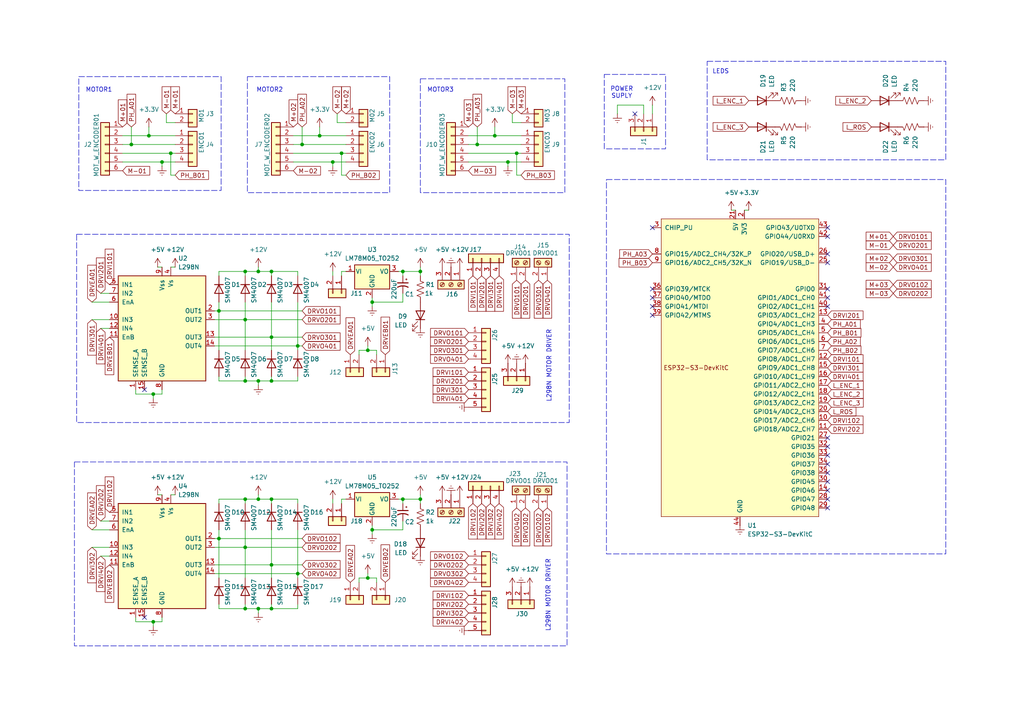
<source format=kicad_sch>
(kicad_sch (version 20250114) (generator "eeschema") (generator_version "9.0")
  (paper "A4")
  (title_block (title "Esquema del robot planar (PPP)") (date "13/03/25") (comment 1 "192637, 201153, 201471, 201489"))
  (rectangle (start 22.86 22.225) (end 64.135 55.245) (stroke (width 0) (type dash)))
  (rectangle (start 175.895 52.07) (end 274.32 160.655) (stroke (width 0) (type dash)))
  (rectangle (start 205.105 17.78) (end 274.32 46.355) (stroke (width 0) (type dash)))
  (rectangle (start 22.225 67.945) (end 165.1 122.555) (stroke (width 0) (type dash)))
  (rectangle (start 121.92 22.86) (end 163.83 55.88) (stroke (width 0) (type dash)))
  (rectangle (start 71.755 22.225) (end 113.03 55.88) (stroke (width 0) (type dash)))
  (rectangle (start 21.59 133.985) (end 164.465 187.325) (stroke (width 0) (type dash)))
  (rectangle (start 175.26 21.59) (end 193.04 43.18) (stroke (width 0) (type dash)))
  (text "L298N MOTOR DRIVER" (at 159.258 106.172 90) (effects (font (size 1.27 1.27))))
  (text "POWER\nSUPLY" (at 180.34 26.924 0) (effects (font (size 1.27 1.27))))
  (text "MOTOR3" (at 127.762 26.162 0) (effects (font (size 1.27 1.27))))
  (text "L298N MOTOR DRIVER" (at 159.004 172.72 90) (effects (font (size 1.27 1.27))))
  (text "MOTOR2" (at 78.232 26.162 0) (effects (font (size 1.27 1.27))))
  (text "MOTOR1" (at 28.702 26.162 0) (effects (font (size 1.27 1.27))))
  (text "LEDS" (at 209.042 20.828 0) (effects (font (size 1.27 1.27))))
  (junction (at 116.84 78.74))
  (junction (at 46.99 46.99))
  (junction (at 71.12 78.74))
  (junction (at 44.45 180.34))
  (junction (at 78.74 78.74))
  (junction (at 78.74 163.83))
  (junction (at 74.93 78.74))
  (junction (at 121.92 144.78))
  (junction (at 78.74 97.79))
  (junction (at 116.84 144.78))
  (junction (at 121.92 78.74))
  (junction (at 86.36 100.33))
  (junction (at 99.06 44.45))
  (junction (at 78.74 110.49))
  (junction (at 147.32 46.99))
  (junction (at 106.68 101.6))
  (junction (at 71.12 176.53))
  (junction (at 78.74 176.53))
  (junction (at 63.5 156.21))
  (junction (at 149.86 44.45))
  (junction (at 74.93 110.49))
  (junction (at 106.68 167.64))
  (junction (at 71.12 158.75))
  (junction (at 44.45 114.3))
  (junction (at 96.52 46.99))
  (junction (at 92.71 39.37))
  (junction (at 86.36 166.37))
  (junction (at 49.53 44.45))
  (junction (at 78.74 144.78))
  (junction (at 138.43 41.91))
  (junction (at 143.51 39.37))
  (junction (at 107.95 153.67))
  (junction (at 71.12 144.78))
  (junction (at 71.12 110.49))
  (junction (at 71.12 92.71))
  (junction (at 74.93 144.78))
  (junction (at 43.18 39.37))
  (junction (at 107.95 87.63))
  (junction (at 87.63 41.91))
  (junction (at 63.5 90.17))
  (junction (at 38.1 41.91))
  (junction (at 74.93 176.53))
  (no_connect (at 240.03 83.82))
  (no_connect (at 240.03 129.54))
  (no_connect (at 240.03 76.2))
  (no_connect (at 240.03 147.32))
  (no_connect (at 240.03 144.78))
  (no_connect (at 240.03 68.58))
  (no_connect (at 240.03 88.9))
  (no_connect (at 189.23 86.36))
  (no_connect (at 240.03 137.16))
  (no_connect (at 41.91 179.07))
  (no_connect (at 184.15 33.02))
  (no_connect (at 240.03 142.24))
  (no_connect (at 240.03 86.36))
  (no_connect (at 41.91 113.03))
  (no_connect (at 240.03 139.7))
  (no_connect (at 189.23 91.44))
  (no_connect (at 189.23 88.9))
  (no_connect (at 189.23 66.04))
  (no_connect (at 240.03 73.66))
  (no_connect (at 189.23 83.82))
  (no_connect (at 240.03 127))
  (no_connect (at 240.03 66.04))
  (no_connect (at 240.03 134.62))
  (no_connect (at 240.03 132.08))
  (wire (pts (xy 63.5 153.67) (xy 63.5 156.21)))
  (wire (pts (xy 100.33 46.99) (xy 96.52 46.99)))
  (wire (pts (xy 62.23 90.17) (xy 63.5 90.17)))
  (wire (pts (xy 99.06 144.78) (xy 100.33 144.78)))
  (wire (pts (xy 99.06 146.05) (xy 99.06 144.78)))
  (wire (pts (xy 107.95 88.9) (xy 107.95 87.63)))
  (wire (pts (xy 151.13 46.99) (xy 147.32 46.99)))
  (wire (pts (xy 63.5 110.49) (xy 71.12 110.49)))
  (wire (pts (xy 46.99 180.34) (xy 46.99 179.07)))
  (wire (pts (xy 149.86 44.45) (xy 149.86 50.8)))
  (wire (pts (xy 78.74 80.01) (xy 78.74 78.74)))
  (wire (pts (xy 87.63 36.83) (xy 87.63 41.91)))
  (wire (pts (xy 50.8 46.99) (xy 46.99 46.99)))
  (wire (pts (xy 99.06 44.45) (xy 85.09 44.45)))
  (wire (pts (xy 63.5 156.21) (xy 87.63 156.21)))
  (wire (pts (xy 78.74 97.79) (xy 78.74 101.6)))
  (wire (pts (xy 50.8 44.45) (xy 49.53 44.45)))
  (wire (pts (xy 43.18 39.37) (xy 35.56 39.37)))
  (wire (pts (xy 48.26 33.02) (xy 48.26 35.56)))
  (wire (pts (xy 121.92 78.74) (xy 116.84 78.74)))
  (wire (pts (xy 46.99 77.47) (xy 45.72 77.47)))
  (wire (pts (xy 71.12 144.78) (xy 74.93 144.78)))
  (wire (pts (xy 74.93 78.74) (xy 74.93 77.47)))
  (wire (pts (xy 44.45 180.34) (xy 46.99 180.34)))
  (wire (pts (xy 63.5 90.17) (xy 63.5 101.6)))
  (wire (pts (xy 71.12 158.75) (xy 87.63 158.75)))
  (wire (pts (xy 148.59 35.56) (xy 151.13 35.56)))
  (wire (pts (xy 62.23 97.79) (xy 78.74 97.79)))
  (wire (pts (xy 38.1 36.83) (xy 38.1 41.91)))
  (wire (pts (xy 71.12 146.05) (xy 71.12 144.78)))
  (wire (pts (xy 62.23 92.71) (xy 71.12 92.71)))
  (wire (pts (xy 78.74 144.78) (xy 86.36 144.78)))
  (wire (pts (xy 63.5 156.21) (xy 63.5 167.64)))
  (wire (pts (xy 62.23 158.75) (xy 71.12 158.75)))
  (wire (pts (xy 100.33 41.91) (xy 87.63 41.91)))
  (wire (pts (xy 87.63 41.91) (xy 85.09 41.91)))
  (wire (pts (xy 96.52 48.26) (xy 96.52 46.99)))
  (wire (pts (xy 74.93 78.74) (xy 78.74 78.74)))
  (wire (pts (xy 186.69 30.48) (xy 179.07 30.48)))
  (wire (pts (xy 99.06 80.01) (xy 99.06 78.74)))
  (wire (pts (xy 29.21 85.09) (xy 31.75 85.09)))
  (wire (pts (xy 109.22 102.87) (xy 109.22 101.6)))
  (wire (pts (xy 44.45 114.3) (xy 44.45 115.57)))
  (wire (pts (xy 116.84 146.05) (xy 116.84 144.78)))
  (wire (pts (xy 71.12 92.71) (xy 71.12 101.6)))
  (wire (pts (xy 62.23 156.21) (xy 63.5 156.21)))
  (wire (pts (xy 99.06 78.74) (xy 100.33 78.74)))
  (wire (pts (xy 49.53 143.51) (xy 50.8 143.51)))
  (wire (pts (xy 143.51 39.37) (xy 135.89 39.37)))
  (wire (pts (xy 100.33 39.37) (xy 92.71 39.37)))
  (wire (pts (xy 63.5 146.05) (xy 63.5 144.78)))
  (wire (pts (xy 104.14 168.91) (xy 104.14 167.64)))
  (wire (pts (xy 109.22 101.6) (xy 106.68 101.6)))
  (wire (pts (xy 50.8 50.8) (xy 49.53 50.8)))
  (wire (pts (xy 38.1 41.91) (xy 35.56 41.91)))
  (wire (pts (xy 92.71 36.83) (xy 92.71 39.37)))
  (wire (pts (xy 46.99 48.26) (xy 46.99 46.99)))
  (wire (pts (xy 29.21 95.25) (xy 31.75 95.25)))
  (wire (pts (xy 48.26 35.56) (xy 50.8 35.56)))
  (wire (pts (xy 26.67 158.75) (xy 31.75 158.75)))
  (wire (pts (xy 71.12 109.22) (xy 71.12 110.49)))
  (wire (pts (xy 39.37 113.03) (xy 39.37 114.3)))
  (wire (pts (xy 86.36 166.37) (xy 86.36 167.64)))
  (wire (pts (xy 26.67 153.67) (xy 31.75 153.67)))
  (wire (pts (xy 138.43 41.91) (xy 135.89 41.91)))
  (wire (pts (xy 100.33 44.45) (xy 99.06 44.45)))
  (wire (pts (xy 26.67 92.71) (xy 31.75 92.71)))
  (wire (pts (xy 116.84 87.63) (xy 107.95 87.63)))
  (wire (pts (xy 49.53 44.45) (xy 35.56 44.45)))
  (wire (pts (xy 26.67 87.63) (xy 31.75 87.63)))
  (wire (pts (xy 63.5 109.22) (xy 63.5 110.49)))
  (wire (pts (xy 86.36 166.37) (xy 87.63 166.37)))
  (wire (pts (xy 78.74 153.67) (xy 78.74 163.83)))
  (wire (pts (xy 71.12 92.71) (xy 87.63 92.71)))
  (wire (pts (xy 86.36 146.05) (xy 86.36 144.78)))
  (wire (pts (xy 71.12 80.01) (xy 71.12 78.74)))
  (wire (pts (xy 99.06 44.45) (xy 99.06 50.8)))
  (wire (pts (xy 97.79 33.02) (xy 97.79 35.56)))
  (wire (pts (xy 109.22 168.91) (xy 109.22 167.64)))
  (wire (pts (xy 78.74 109.22) (xy 78.74 110.49)))
  (wire (pts (xy 78.74 163.83) (xy 78.74 167.64)))
  (wire (pts (xy 86.36 100.33) (xy 87.63 100.33)))
  (wire (pts (xy 148.59 33.02) (xy 148.59 35.56)))
  (wire (pts (xy 49.53 77.47) (xy 50.8 77.47)))
  (wire (pts (xy 63.5 87.63) (xy 63.5 90.17)))
  (wire (pts (xy 29.21 151.13) (xy 31.75 151.13)))
  (wire (pts (xy 39.37 180.34) (xy 44.45 180.34)))
  (wire (pts (xy 116.84 85.09) (xy 116.84 87.63)))
  (wire (pts (xy 62.23 100.33) (xy 86.36 100.33)))
  (wire (pts (xy 109.22 167.64) (xy 106.68 167.64)))
  (wire (pts (xy 189.23 33.02) (xy 189.23 30.48)))
  (wire (pts (xy 29.21 161.29) (xy 31.75 161.29)))
  (wire (pts (xy 71.12 158.75) (xy 71.12 167.64)))
  (wire (pts (xy 104.14 101.6) (xy 106.68 101.6)))
  (wire (pts (xy 138.43 36.83) (xy 138.43 41.91)))
  (wire (pts (xy 147.32 48.26) (xy 147.32 46.99)))
  (wire (pts (xy 39.37 114.3) (xy 44.45 114.3)))
  (wire (pts (xy 121.92 143.51) (xy 121.92 144.78)))
  (wire (pts (xy 106.68 166.37) (xy 106.68 167.64)))
  (wire (pts (xy 97.79 35.56) (xy 100.33 35.56)))
  (wire (pts (xy 86.36 153.67) (xy 86.36 166.37)))
  (wire (pts (xy 78.74 175.26) (xy 78.74 176.53)))
  (wire (pts (xy 92.71 39.37) (xy 85.09 39.37)))
  (wire (pts (xy 106.68 100.33) (xy 106.68 101.6)))
  (wire (pts (xy 143.51 36.83) (xy 143.51 39.37)))
  (wire (pts (xy 179.07 30.48) (xy 179.07 33.02)))
  (wire (pts (xy 71.12 176.53) (xy 74.93 176.53)))
  (wire (pts (xy 74.93 176.53) (xy 78.74 176.53)))
  (wire (pts (xy 96.52 80.01) (xy 96.52 78.74)))
  (wire (pts (xy 74.93 177.8) (xy 74.93 176.53)))
  (wire (pts (xy 78.74 97.79) (xy 87.63 97.79)))
  (wire (pts (xy 104.14 102.87) (xy 104.14 101.6)))
  (wire (pts (xy 100.33 50.8) (xy 99.06 50.8)))
  (wire (pts (xy 86.36 175.26) (xy 86.36 176.53)))
  (wire (pts (xy 151.13 39.37) (xy 143.51 39.37)))
  (wire (pts (xy 86.36 87.63) (xy 86.36 100.33)))
  (wire (pts (xy 63.5 175.26) (xy 63.5 176.53)))
  (wire (pts (xy 63.5 176.53) (xy 71.12 176.53)))
  (wire (pts (xy 78.74 176.53) (xy 86.36 176.53)))
  (wire (pts (xy 212.09 60.96) (xy 213.36 60.96)))
  (wire (pts (xy 78.74 146.05) (xy 78.74 144.78)))
  (wire (pts (xy 78.74 78.74) (xy 86.36 78.74)))
  (wire (pts (xy 96.52 46.99) (xy 85.09 46.99)))
  (wire (pts (xy 151.13 41.91) (xy 138.43 41.91)))
  (wire (pts (xy 63.5 80.01) (xy 63.5 78.74)))
  (wire (pts (xy 74.93 144.78) (xy 78.74 144.78)))
  (wire (pts (xy 46.99 143.51) (xy 45.72 143.51)))
  (wire (pts (xy 86.36 80.01) (xy 86.36 78.74)))
  (wire (pts (xy 44.45 114.3) (xy 46.99 114.3)))
  (wire (pts (xy 116.84 153.67) (xy 107.95 153.67)))
  (wire (pts (xy 63.5 144.78) (xy 71.12 144.78)))
  (wire (pts (xy 46.99 114.3) (xy 46.99 113.03)))
  (wire (pts (xy 78.74 87.63) (xy 78.74 97.79)))
  (wire (pts (xy 78.74 110.49) (xy 86.36 110.49)))
  (wire (pts (xy 63.5 78.74) (xy 71.12 78.74)))
  (wire (pts (xy 63.5 90.17) (xy 87.63 90.17)))
  (wire (pts (xy 151.13 50.8) (xy 149.86 50.8)))
  (wire (pts (xy 121.92 77.47) (xy 121.92 78.74)))
  (wire (pts (xy 107.95 154.94) (xy 107.95 153.67)))
  (wire (pts (xy 217.17 60.96) (xy 215.9 60.96)))
  (wire (pts (xy 43.18 36.83) (xy 43.18 39.37)))
  (wire (pts (xy 147.32 46.99) (xy 135.89 46.99)))
  (wire (pts (xy 149.86 44.45) (xy 135.89 44.45)))
  (wire (pts (xy 107.95 87.63) (xy 107.95 86.36)))
  (wire (pts (xy 121.92 144.78) (xy 116.84 144.78)))
  (wire (pts (xy 116.84 78.74) (xy 115.57 78.74)))
  (wire (pts (xy 86.36 109.22) (xy 86.36 110.49)))
  (wire (pts (xy 44.45 180.34) (xy 44.45 181.61)))
  (wire (pts (xy 116.84 151.13) (xy 116.84 153.67)))
  (wire (pts (xy 96.52 146.05) (xy 96.52 144.78)))
  (wire (pts (xy 151.13 44.45) (xy 149.86 44.45)))
  (wire (pts (xy 62.23 166.37) (xy 86.36 166.37)))
  (wire (pts (xy 74.93 144.78) (xy 74.93 143.51)))
  (wire (pts (xy 74.93 110.49) (xy 78.74 110.49)))
  (wire (pts (xy 50.8 39.37) (xy 43.18 39.37)))
  (wire (pts (xy 50.8 41.91) (xy 38.1 41.91)))
  (wire (pts (xy 107.95 153.67) (xy 107.95 152.4)))
  (wire (pts (xy 49.53 44.45) (xy 49.53 50.8)))
  (wire (pts (xy 78.74 163.83) (xy 87.63 163.83)))
  (wire (pts (xy 62.23 163.83) (xy 78.74 163.83)))
  (wire (pts (xy 121.92 80.01) (xy 121.92 78.74)))
  (wire (pts (xy 71.12 153.67) (xy 71.12 158.75)))
  (wire (pts (xy 116.84 144.78) (xy 115.57 144.78)))
  (wire (pts (xy 104.14 167.64) (xy 106.68 167.64)))
  (wire (pts (xy 121.92 146.05) (xy 121.92 144.78)))
  (wire (pts (xy 71.12 78.74) (xy 74.93 78.74)))
  (wire (pts (xy 39.37 179.07) (xy 39.37 180.34)))
  (wire (pts (xy 116.84 80.01) (xy 116.84 78.74)))
  (wire (pts (xy 186.69 33.02) (xy 186.69 30.48)))
  (wire (pts (xy 71.12 87.63) (xy 71.12 92.71)))
  (wire (pts (xy 86.36 100.33) (xy 86.36 101.6)))
  (wire (pts (xy 71.12 175.26) (xy 71.12 176.53)))
  (wire (pts (xy 74.93 111.76) (xy 74.93 110.49)))
  (wire (pts (xy 71.12 110.49) (xy 74.93 110.49)))
  (wire (pts (xy 46.99 46.99) (xy 35.56 46.99)))
  (global_label "L_ROS" (shape input) (at 240.03 119.38 0) (property "Intersheetrefs" "${INTERSHEET_REFS}" (effects (hide yes))))
  (global_label "DRVI302" (shape input) (at 135.89 177.8 180) (property "Intersheetrefs" "${INTERSHEET_REFS}" (effects (hide yes))))
  (global_label "DRVO302" (shape input) (at 87.63 163.83 0) (property "Intersheetrefs" "${INTERSHEET_REFS}" (effects (hide yes))))
  (global_label "DRVI102" (shape input) (at 135.89 172.72 180) (property "Intersheetrefs" "${INTERSHEET_REFS}" (effects (hide yes))))
  (global_label "DRVO302" (shape input) (at 152.4 147.32 270) (property "Intersheetrefs" "${INTERSHEET_REFS}" (effects (hide yes))))
  (global_label "DRVO101" (shape input) (at 135.89 96.52 180) (property "Intersheetrefs" "${INTERSHEET_REFS}" (effects (hide yes))))
  (global_label "DRVI201" (shape input) (at 29.21 85.09 90) (property "Intersheetrefs" "${INTERSHEET_REFS}" (effects (hide yes))))
  (global_label "DRVO301" (shape input) (at 87.63 97.79 0) (property "Intersheetrefs" "${INTERSHEET_REFS}" (effects (hide yes))))
  (global_label "DRVI102" (shape input) (at 31.75 148.59 90) (property "Intersheetrefs" "${INTERSHEET_REFS}" (effects (hide yes))))
  (global_label "M+03" (shape input) (at 135.89 36.83 90) (property "Intersheetrefs" "${INTERSHEET_REFS}" (effects (hide yes))))
  (global_label "DRVI202" (shape input) (at 29.21 151.13 90) (property "Intersheetrefs" "${INTERSHEET_REFS}" (effects (hide yes))))
  (global_label "PH_B03" (shape input) (at 189.23 76.2 180) (property "Intersheetrefs" "${INTERSHEET_REFS}" (effects (hide yes))))
  (global_label "DRVI401" (shape input) (at 240.03 109.22 0) (property "Intersheetrefs" "${INTERSHEET_REFS}" (effects (hide yes))))
  (global_label "DRVEB02" (shape input) (at 111.76 168.91 90) (property "Intersheetrefs" "${INTERSHEET_REFS}" (effects (hide yes))))
  (global_label "M-01" (shape input) (at 35.56 49.53 0) (property "Intersheetrefs" "${INTERSHEET_REFS}" (effects (hide yes))))
  (global_label "PH_A02" (shape input) (at 240.03 99.06 0) (property "Intersheetrefs" "${INTERSHEET_REFS}" (effects (hide yes))))
  (global_label "DRVO401" (shape input) (at 135.89 104.14 180) (property "Intersheetrefs" "${INTERSHEET_REFS}" (effects (hide yes))))
  (global_label "DRVI202" (shape input) (at 139.7 146.05 270) (property "Intersheetrefs" "${INTERSHEET_REFS}" (effects (hide yes))))
  (global_label "DRVI402" (shape input) (at 29.21 161.29 270) (property "Intersheetrefs" "${INTERSHEET_REFS}" (effects (hide yes))))
  (global_label "PH_B01" (shape input) (at 50.8 50.8 0) (property "Intersheetrefs" "${INTERSHEET_REFS}" (effects (hide yes))))
  (global_label "DRVO101" (shape input) (at 259.08 68.58 0) (property "Intersheetrefs" "${INTERSHEET_REFS}" (effects (hide yes))))
  (global_label "DRVEA01" (shape input) (at 101.6 102.87 90) (property "Intersheetrefs" "${INTERSHEET_REFS}" (effects (hide yes))))
  (global_label "M-02" (shape input) (at 85.09 49.53 0) (property "Intersheetrefs" "${INTERSHEET_REFS}" (effects (hide yes))))
  (global_label "M+03" (shape input) (at 151.13 33.02 90) (property "Intersheetrefs" "${INTERSHEET_REFS}" (effects (hide yes))))
  (global_label "DRVO402" (shape input) (at 135.89 168.91 180) (property "Intersheetrefs" "${INTERSHEET_REFS}" (effects (hide yes))))
  (global_label "M+01" (shape input) (at 50.8 33.02 90) (property "Intersheetrefs" "${INTERSHEET_REFS}" (effects (hide yes))))
  (global_label "M-01" (shape input) (at 48.26 33.02 90) (property "Intersheetrefs" "${INTERSHEET_REFS}" (effects (hide yes))))
  (global_label "DRVI202" (shape input) (at 240.03 124.46 0) (property "Intersheetrefs" "${INTERSHEET_REFS}" (effects (hide yes))))
  (global_label "PH_A01" (shape input) (at 38.1 36.83 90) (property "Intersheetrefs" "${INTERSHEET_REFS}" (effects (hide yes))))
  (global_label "DRVO102" (shape input) (at 259.08 82.55 0) (property "Intersheetrefs" "${INTERSHEET_REFS}" (effects (hide yes))))
  (global_label "DRVI301" (shape input) (at 26.67 92.71 270) (property "Intersheetrefs" "${INTERSHEET_REFS}" (effects (hide yes))))
  (global_label "DRVI401" (shape input) (at 29.21 95.25 270) (property "Intersheetrefs" "${INTERSHEET_REFS}" (effects (hide yes))))
  (global_label "DRVI301" (shape input) (at 135.89 113.03 180) (property "Intersheetrefs" "${INTERSHEET_REFS}" (effects (hide yes))))
  (global_label "DRVI302" (shape input) (at 142.24 146.05 270) (property "Intersheetrefs" "${INTERSHEET_REFS}" (effects (hide yes))))
  (global_label "DRVI201" (shape input) (at 139.7 80.01 270) (property "Intersheetrefs" "${INTERSHEET_REFS}" (effects (hide yes))))
  (global_label "PH_A01" (shape input) (at 240.03 93.98 0) (property "Intersheetrefs" "${INTERSHEET_REFS}" (effects (hide yes))))
  (global_label "PH_A03" (shape input) (at 138.43 36.83 90) (property "Intersheetrefs" "${INTERSHEET_REFS}" (effects (hide yes))))
  (global_label "M+03" (shape input) (at 259.08 82.55 180) (property "Intersheetrefs" "${INTERSHEET_REFS}" (effects (hide yes))))
  (global_label "L_ENC_1" (shape input) (at 240.03 111.76 0) (property "Intersheetrefs" "${INTERSHEET_REFS}" (effects (hide yes))))
  (global_label "PH_A03" (shape input) (at 189.23 73.66 180) (property "Intersheetrefs" "${INTERSHEET_REFS}" (effects (hide yes))))
  (global_label "DRVO201" (shape input) (at 135.89 99.06 180) (property "Intersheetrefs" "${INTERSHEET_REFS}" (effects (hide yes))))
  (global_label "DRVEB01" (shape input) (at 31.75 97.79 270) (property "Intersheetrefs" "${INTERSHEET_REFS}" (effects (hide yes))))
  (global_label "L_ENC_1" (shape input) (at 217.17 29.21 180) (property "Intersheetrefs" "${INTERSHEET_REFS}" (effects (hide yes))))
  (global_label "M+02" (shape input) (at 85.09 36.83 90) (property "Intersheetrefs" "${INTERSHEET_REFS}" (effects (hide yes))))
  (global_label "M-01" (shape input) (at 259.08 71.12 180) (property "Intersheetrefs" "${INTERSHEET_REFS}" (effects (hide yes))))
  (global_label "DRVO202" (shape input) (at 87.63 158.75 0) (property "Intersheetrefs" "${INTERSHEET_REFS}" (effects (hide yes))))
  (global_label "DRVI201" (shape input) (at 135.89 110.49 180) (property "Intersheetrefs" "${INTERSHEET_REFS}" (effects (hide yes))))
  (global_label "DRVO101" (shape input) (at 87.63 90.17 0) (property "Intersheetrefs" "${INTERSHEET_REFS}" (effects (hide yes))))
  (global_label "L_ENC_2" (shape input) (at 252.73 29.21 180) (property "Intersheetrefs" "${INTERSHEET_REFS}" (effects (hide yes))))
  (global_label "DRVI101" (shape input) (at 31.75 82.55 90) (property "Intersheetrefs" "${INTERSHEET_REFS}" (effects (hide yes))))
  (global_label "DRVI102" (shape input) (at 137.16 146.05 270) (property "Intersheetrefs" "${INTERSHEET_REFS}" (effects (hide yes))))
  (global_label "DRVO401" (shape input) (at 259.08 77.47 0) (property "Intersheetrefs" "${INTERSHEET_REFS}" (effects (hide yes))))
  (global_label "DRVO202" (shape input) (at 259.08 85.09 0) (property "Intersheetrefs" "${INTERSHEET_REFS}" (effects (hide yes))))
  (global_label "DRVEA02" (shape input) (at 101.6 168.91 90) (property "Intersheetrefs" "${INTERSHEET_REFS}" (effects (hide yes))))
  (global_label "M+02" (shape input) (at 259.08 74.93 180) (property "Intersheetrefs" "${INTERSHEET_REFS}" (effects (hide yes))))
  (global_label "DRVI101" (shape input) (at 137.16 80.01 270) (property "Intersheetrefs" "${INTERSHEET_REFS}" (effects (hide yes))))
  (global_label "DRVI101" (shape input) (at 240.03 104.14 0) (property "Intersheetrefs" "${INTERSHEET_REFS}" (effects (hide yes))))
  (global_label "DRVI401" (shape input) (at 135.89 115.57 180) (property "Intersheetrefs" "${INTERSHEET_REFS}" (effects (hide yes))))
  (global_label "DRVO202" (shape input) (at 135.89 163.83 180) (property "Intersheetrefs" "${INTERSHEET_REFS}" (effects (hide yes))))
  (global_label "PH_A02" (shape input) (at 87.63 36.83 90) (property "Intersheetrefs" "${INTERSHEET_REFS}" (effects (hide yes))))
  (global_label "DRVI202" (shape input) (at 135.89 175.26 180) (property "Intersheetrefs" "${INTERSHEET_REFS}" (effects (hide yes))))
  (global_label "PH_B02" (shape input) (at 240.03 101.6 0) (property "Intersheetrefs" "${INTERSHEET_REFS}" (effects (hide yes))))
  (global_label "M-02" (shape input) (at 259.08 77.47 180) (property "Intersheetrefs" "${INTERSHEET_REFS}" (effects (hide yes))))
  (global_label "DRVO202" (shape input) (at 156.21 147.32 270) (property "Intersheetrefs" "${INTERSHEET_REFS}" (effects (hide yes))))
  (global_label "DRVEB01" (shape input) (at 111.76 102.87 90) (property "Intersheetrefs" "${INTERSHEET_REFS}" (effects (hide yes))))
  (global_label "DRVO301" (shape input) (at 156.21 81.28 270) (property "Intersheetrefs" "${INTERSHEET_REFS}" (effects (hide yes))))
  (global_label "L_ROS" (shape input) (at 252.73 36.83 180) (property "Intersheetrefs" "${INTERSHEET_REFS}" (effects (hide yes))))
  (global_label "PH_B01" (shape input) (at 240.03 96.52 0) (property "Intersheetrefs" "${INTERSHEET_REFS}" (effects (hide yes))))
  (global_label "DRVEA02" (shape input) (at 26.67 153.67 90) (property "Intersheetrefs" "${INTERSHEET_REFS}" (effects (hide yes))))
  (global_label "DRVI201" (shape input) (at 240.03 91.44 0) (property "Intersheetrefs" "${INTERSHEET_REFS}" (effects (hide yes))))
  (global_label "DRVO102" (shape input) (at 135.89 161.29 180) (property "Intersheetrefs" "${INTERSHEET_REFS}" (effects (hide yes))))
  (global_label "M+02" (shape input) (at 100.33 33.02 90) (property "Intersheetrefs" "${INTERSHEET_REFS}" (effects (hide yes))))
  (global_label "M-03" (shape input) (at 135.89 49.53 0) (property "Intersheetrefs" "${INTERSHEET_REFS}" (effects (hide yes))))
  (global_label "DRVI402" (shape input) (at 144.78 146.05 270) (property "Intersheetrefs" "${INTERSHEET_REFS}" (effects (hide yes))))
  (global_label "DRVO102" (shape input) (at 158.75 147.32 270) (property "Intersheetrefs" "${INTERSHEET_REFS}" (effects (hide yes))))
  (global_label "M-03" (shape input) (at 148.59 33.02 90) (property "Intersheetrefs" "${INTERSHEET_REFS}" (effects (hide yes))))
  (global_label "M-03" (shape input) (at 259.08 85.09 180) (property "Intersheetrefs" "${INTERSHEET_REFS}" (effects (hide yes))))
  (global_label "DRVO101" (shape input) (at 149.86 81.28 270) (property "Intersheetrefs" "${INTERSHEET_REFS}" (effects (hide yes))))
  (global_label "DRVO301" (shape input) (at 135.89 101.6 180) (property "Intersheetrefs" "${INTERSHEET_REFS}" (effects (hide yes))))
  (global_label "L_ENC_2" (shape input) (at 240.03 114.3 0) (property "Intersheetrefs" "${INTERSHEET_REFS}" (effects (hide yes))))
  (global_label "M+01" (shape input) (at 259.08 68.58 180) (property "Intersheetrefs" "${INTERSHEET_REFS}" (effects (hide yes))))
  (global_label "DRVO201" (shape input) (at 87.63 92.71 0) (property "Intersheetrefs" "${INTERSHEET_REFS}" (effects (hide yes))))
  (global_label "DRVO402" (shape input) (at 149.86 147.32 270) (property "Intersheetrefs" "${INTERSHEET_REFS}" (effects (hide yes))))
  (global_label "L_ENC_3" (shape input) (at 240.03 116.84 0) (property "Intersheetrefs" "${INTERSHEET_REFS}" (effects (hide yes))))
  (global_label "DRVO302" (shape input) (at 135.89 166.37 180) (property "Intersheetrefs" "${INTERSHEET_REFS}" (effects (hide yes))))
  (global_label "DRVO201" (shape input) (at 259.08 71.12 0) (property "Intersheetrefs" "${INTERSHEET_REFS}" (effects (hide yes))))
  (global_label "DRVI302" (shape input) (at 26.67 158.75 270) (property "Intersheetrefs" "${INTERSHEET_REFS}" (effects (hide yes))))
  (global_label "DRVI102" (shape input) (at 240.03 121.92 0) (property "Intersheetrefs" "${INTERSHEET_REFS}" (effects (hide yes))))
  (global_label "DRVO301" (shape input) (at 259.08 74.93 0) (property "Intersheetrefs" "${INTERSHEET_REFS}" (effects (hide yes))))
  (global_label "DRVO402" (shape input) (at 87.63 166.37 0) (property "Intersheetrefs" "${INTERSHEET_REFS}" (effects (hide yes))))
  (global_label "DRVO201" (shape input) (at 152.4 81.28 270) (property "Intersheetrefs" "${INTERSHEET_REFS}" (effects (hide yes))))
  (global_label "DRVO102" (shape input) (at 87.63 156.21 0) (property "Intersheetrefs" "${INTERSHEET_REFS}" (effects (hide yes))))
  (global_label "PH_B02" (shape input) (at 100.33 50.8 0) (property "Intersheetrefs" "${INTERSHEET_REFS}" (effects (hide yes))))
  (global_label "DRVI101" (shape input) (at 135.89 107.95 180) (property "Intersheetrefs" "${INTERSHEET_REFS}" (effects (hide yes))))
  (global_label "DRVI301" (shape input) (at 142.24 80.01 270) (property "Intersheetrefs" "${INTERSHEET_REFS}" (effects (hide yes))))
  (global_label "DRVEA01" (shape input) (at 26.67 87.63 90) (property "Intersheetrefs" "${INTERSHEET_REFS}" (effects (hide yes))))
  (global_label "M+01" (shape input) (at 35.56 36.83 90) (property "Intersheetrefs" "${INTERSHEET_REFS}" (effects (hide yes))))
  (global_label "DRVEB02" (shape input) (at 31.75 163.83 270) (property "Intersheetrefs" "${INTERSHEET_REFS}" (effects (hide yes))))
  (global_label "DRVI401" (shape input) (at 144.78 80.01 270) (property "Intersheetrefs" "${INTERSHEET_REFS}" (effects (hide yes))))
  (global_label "PH_B03" (shape input) (at 151.13 50.8 0) (property "Intersheetrefs" "${INTERSHEET_REFS}" (effects (hide yes))))
  (global_label "M-02" (shape input) (at 97.79 33.02 90) (property "Intersheetrefs" "${INTERSHEET_REFS}" (effects (hide yes))))
  (global_label "DRVO401" (shape input) (at 87.63 100.33 0) (property "Intersheetrefs" "${INTERSHEET_REFS}" (effects (hide yes))))
  (global_label "DRVO401" (shape input) (at 158.75 81.28 270) (property "Intersheetrefs" "${INTERSHEET_REFS}" (effects (hide yes))))
  (global_label "DRVI402" (shape input) (at 135.89 180.34 180) (property "Intersheetrefs" "${INTERSHEET_REFS}" (effects (hide yes))))
  (global_label "DRVI301" (shape input) (at 240.03 106.68 0) (property "Intersheetrefs" "${INTERSHEET_REFS}" (effects (hide yes))))
  (global_label "L_ENC_3" (shape input) (at 217.17 36.83 180) (property "Intersheetrefs" "${INTERSHEET_REFS}" (effects (hide yes))))
  (symbol (lib_id "power:+12V") (at 133.35 143.51 0) (mirror y) (unit 1) (in_bom no) (on_board no)
    (property "Reference" "#PWR036" (effects (hide yes)))
    (property "Value" "+12V" (at 133.35 138.43 0))
    (property "Description" "Power symbol creates a global label with name \"+12V\"" (effects (hide yes)))
  )
  (symbol (lib_id "Diode:SM4007") (at 71.12 105.41 270) (unit 1) (in_bom no) (on_board no)
    (property "Reference" "D6" (at 74.676 104.14 90) (effects (justify left)))
    (property "Value" "SM4007" (at 73.66 101.854 0) (effects (justify left)))
    (property "Footprint" "Diode_SMD:D_MELF" (effects (hide yes)))
    (property "Datasheet" "http://cdn-reichelt.de/documents/datenblatt/A400/SMD1N400%23DIO.pdf" (effects (hide yes)))
    (property "Description" "1000V 1A General Purpose Rectifier Diode, MELF" (effects (hide yes)))
    (property "Sim.Device" "D" (effects (hide yes)))
    (property "Sim.Pins" "1=K 2=A" (effects (hide yes)))
  )
  (symbol (lib_id "power:Earth") (at 232.41 36.83 90) (mirror x) (unit 1)
    (property "Reference" "#PWR042" (effects (hide yes)))
    (property "Value" "Earth" (effects (hide yes)))
    (property "Description" "Power symbol creates a global label with name \"Earth\"" (effects (hide yes)))
  )
  (symbol (lib_id "Device:LED") (at 121.92 157.48 270) (mirror x) (unit 1) (in_bom no) (on_board no)
    (property "Reference" "D18" (at 118.11 157.7974 90) (effects (justify right)))
    (property "Value" "LED" (at 118.11 160.3374 90) (effects (justify right)))
    (property "Description" "Light emitting diode" (effects (hide yes)))
    (property "Sim.Pins" "1=K 2=A" (effects (hide yes)))
  )
  (symbol (lib_id "power:Earth") (at 121.92 95.25 0) (unit 1) (in_bom no) (on_board no)
    (property "Reference" "#PWR019" (effects (hide yes)))
    (property "Value" "Earth" (effects (hide yes)))
    (property "Description" "Power symbol creates a global label with name \"Earth\"" (effects (hide yes)))
  )
  (symbol (lib_id "power:Earth") (at 74.93 177.8 0) (unit 1) (in_bom no) (on_board no)
    (property "Reference" "#PWR029" (effects (hide yes)))
    (property "Value" "Earth" (effects (hide yes)))
    (property "Description" "Power symbol creates a global label with name \"Earth\"" (effects (hide yes)))
  )
  (symbol (lib_id "Diode:SM4007") (at 63.5 149.86 270) (unit 1) (in_bom no) (on_board no)
    (property "Reference" "D10" (at 67.056 148.59 90) (effects (justify left)))
    (property "Value" "SM4007" (at 66.04 146.304 0) (effects (justify left)))
    (property "Footprint" "Diode_SMD:D_MELF" (effects (hide yes)))
    (property "Datasheet" "http://cdn-reichelt.de/documents/datenblatt/A400/SMD1N400%23DIO.pdf" (effects (hide yes)))
    (property "Description" "1000V 1A General Purpose Rectifier Diode, MELF" (effects (hide yes)))
    (property "Sim.Device" "D" (effects (hide yes)))
    (property "Sim.Pins" "1=K 2=A" (effects (hide yes)))
  )
  (symbol (lib_id "Regulator_Linear:LM78M05_TO252") (at 107.95 144.78 0) (unit 1) (in_bom no) (on_board no)
    (property "Reference" "U5" (at 107.95 138.43 0))
    (property "Value" "LM78M05_TO252" (at 107.95 140.97 0))
    (property "Footprint" "Package_TO_SOT_SMD:TO-252-2" (effects (hide yes)))
    (property "Datasheet" "https://www.onsemi.com/pub/Collateral/MC78M00-D.PDF" (effects (hide yes)))
    (property "Description" "Positive 500mA 35V Linear Regulator, Fixed Output 5V, TO-252 (D-PAK)" (effects (hide yes)))
  )
  (symbol (lib_id "power:Earth") (at 107.95 154.94 0) (unit 1) (in_bom no) (on_board no)
    (property "Reference" "#PWR032" (effects (hide yes)))
    (property "Value" "Earth" (effects (hide yes)))
    (property "Description" "Power symbol creates a global label with name \"Earth\"" (effects (hide yes)))
  )
  (symbol (lib_id "Device:C_Polarized_Small_US") (at 116.84 82.55 0) (mirror y) (unit 1) (in_bom no) (on_board no)
    (property "Reference" "C1" (at 120.142 85.344 0) (effects (justify left)))
    (property "Value" "220uF" (at 114.3 86.868 90) (effects (justify left)))
    (property "Description" "Polarized capacitor, small US symbol" (effects (hide yes)))
  )
  (symbol (lib_id "Connector_Generic:Conn_01x06") (at 130.81 41.91 0) (mirror y) (unit 1) (in_bom no) (on_board no)
    (property "Reference" "J10" (at 127 41.91 0) (effects (justify left)))
    (property "Value" "MOT_W_ENCODER03" (at 128.27 51.308 90) (effects (justify left)))
    (property "Description" "Generic connector, single row, 01x06, script generated (kicad-library-utils/schlib/autogen/connector/)" (effects (hide yes)))
  )
  (symbol (lib_id "power:+5V") (at 45.72 143.51 0) (unit 1) (in_bom no) (on_board no)
    (property "Reference" "#PWR026" (effects (hide yes)))
    (property "Value" "+5V" (at 45.72 138.43 0))
    (property "Description" "Power symbol creates a global label with name \"+5V\"" (effects (hide yes)))
  )
  (symbol (lib_id "Diode:SM4007") (at 63.5 171.45 270) (unit 1) (in_bom no) (on_board no)
    (property "Reference" "D11" (at 67.056 170.18 90) (effects (justify left)))
    (property "Value" "SM4007" (at 66.04 167.894 0) (effects (justify left)))
    (property "Footprint" "Diode_SMD:D_MELF" (effects (hide yes)))
    (property "Datasheet" "http://cdn-reichelt.de/documents/datenblatt/A400/SMD1N400%23DIO.pdf" (effects (hide yes)))
    (property "Description" "1000V 1A General Purpose Rectifier Diode, MELF" (effects (hide yes)))
    (property "Sim.Device" "D" (effects (hide yes)))
    (property "Sim.Pins" "1=K 2=A" (effects (hide yes)))
  )
  (symbol (lib_id "Device:R_US") (at 121.92 83.82 0) (unit 1) (in_bom no) (on_board no)
    (property "Reference" "R1" (at 123.444 82.55 0) (effects (justify left)))
    (property "Value" "1k" (at 123.19 85.09 0) (effects (justify left)))
    (property "Description" "Resistor, US symbol" (effects (hide yes)))
  )
  (symbol (lib_id "power:Earth") (at 135.89 118.11 270) (unit 1)
    (property "Reference" "#PWR038" (effects (hide yes)))
    (property "Value" "Earth" (effects (hide yes)))
    (property "Description" "Power symbol creates a global label with name \"Earth\"" (effects (hide yes)))
  )
  (symbol (lib_id "Device:R_US") (at 228.6 36.83 90) (mirror x) (unit 1)
    (property "Reference" "R5" (at 227.3299 39.37 0) (effects (justify left)))
    (property "Value" "220" (at 229.8699 39.37 0) (effects (justify left)))
    (property "Footprint" "Resistor_SMD:R_1206_3216Metric" (effects (hide yes)))
    (property "Description" "Resistor, US symbol" (effects (hide yes)))
  )
  (symbol (lib_id "power:+12V") (at 74.93 143.51 0) (unit 1) (in_bom no) (on_board no)
    (property "Reference" "#PWR028" (effects (hide yes)))
    (property "Value" "+12V" (at 74.93 138.43 0))
    (property "Description" "Power symbol creates a global label with name \"+12V\"" (effects (hide yes)))
  )
  (symbol (lib_id "Diode:SM4007") (at 71.12 171.45 270) (unit 1) (in_bom no) (on_board no)
    (property "Reference" "D13" (at 74.676 170.18 90) (effects (justify left)))
    (property "Value" "SM4007" (at 73.66 167.894 0) (effects (justify left)))
    (property "Footprint" "Diode_SMD:D_MELF" (effects (hide yes)))
    (property "Datasheet" "http://cdn-reichelt.de/documents/datenblatt/A400/SMD1N400%23DIO.pdf" (effects (hide yes)))
    (property "Description" "1000V 1A General Purpose Rectifier Diode, MELF" (effects (hide yes)))
    (property "Sim.Device" "D" (effects (hide yes)))
    (property "Sim.Pins" "1=K 2=A" (effects (hide yes)))
  )
  (symbol (lib_id "power:+5V") (at 147.32 105.41 0) (mirror y) (unit 1) (in_bom no) (on_board no)
    (property "Reference" "#PWR044" (effects (hide yes)))
    (property "Value" "+5V" (at 147.32 100.33 0))
    (property "Description" "Power symbol creates a global label with name \"+5V\"" (effects (hide yes)))
  )
  (symbol (lib_id "Connector_Generic:Conn_01x04") (at 139.7 74.93 90) (unit 1) (in_bom no) (on_board no)
    (property "Reference" "J17" (at 139.6999 72.39 90) (effects (justify left)))
    (property "Value" "Conn_01x04" (effects (hide yes)))
    (property "Description" "Generic connector, single row, 01x04, script generated (kicad-library-utils/schlib/autogen/connector/)" (effects (hide yes)))
  )
  (symbol (lib_id "Connector_Generic:Conn_01x04") (at 140.97 163.83 0) (unit 1)
    (property "Reference" "J27" (at 143.51 163.8299 90) (effects (justify left)))
    (property "Value" "Conn_01x04" (effects (hide yes)))
    (property "Footprint" "Connector_JST:JST_XH_B4B-XH-A_1x04_P2.50mm_Vertical" (effects (hide yes)))
    (property "Description" "Generic connector, single row, 01x04, script generated (kicad-library-utils/schlib/autogen/connector/)" (effects (hide yes)))
  )
  (symbol (lib_id "power:Earth") (at 44.45 115.57 0) (unit 1)
    (property "Reference" "#PWR011" (effects (hide yes)))
    (property "Value" "Earth" (effects (hide yes)))
    (property "Description" "Power symbol creates a global label with name \"Earth\"" (effects (hide yes)))
  )
  (symbol (lib_id "power:Earth") (at 44.45 181.61 0) (unit 1) (in_bom no) (on_board no)
    (property "Reference" "#PWR025" (effects (hide yes)))
    (property "Value" "Earth" (effects (hide yes)))
    (property "Description" "Power symbol creates a global label with name \"Earth\"" (effects (hide yes)))
  )
  (symbol (lib_id "power:Earth") (at 74.93 111.76 0) (unit 1) (in_bom no) (on_board no)
    (property "Reference" "#PWR016" (effects (hide yes)))
    (property "Value" "Earth" (effects (hide yes)))
    (property "Description" "Power symbol creates a global label with name \"Earth\"" (effects (hide yes)))
  )
  (symbol (lib_id "Connector_Generic:Conn_01x06") (at 80.01 41.91 0) (mirror y) (unit 1) (in_bom no) (on_board no)
    (property "Reference" "J7" (at 76.2 41.91 0) (effects (justify left)))
    (property "Value" "MOT_W_ENCODER02" (at 77.47 51.308 90) (effects (justify left)))
    (property "Description" "Generic connector, single row, 01x06, script generated (kicad-library-utils/schlib/autogen/connector/)" (effects (hide yes)))
  )
  (symbol (lib_id "power:Earth") (at 149.86 105.41 180) (unit 1) (in_bom no) (on_board no)
    (property "Reference" "#PWR045" (effects (hide yes)))
    (property "Value" "Earth" (effects (hide yes)))
    (property "Description" "Power symbol creates a global label with name \"Earth\"" (effects (hide yes)))
  )
  (symbol (lib_id "Connector_Generic:Conn_01x04") (at 105.41 41.91 0) (unit 1)
    (property "Reference" "J6" (at 109.22 41.91 0) (effects (justify left)))
    (property "Value" "ENC02" (at 107.95 44.4499 90) (effects (justify left)))
    (property "Footprint" "Connector_JST:JST_XH_B4B-XH-A_1x04_P2.50mm_Vertical" (effects (hide yes)))
    (property "Description" "Generic connector, single row, 01x04, script generated (kicad-library-utils/schlib/autogen/connector/)" (effects (hide yes)))
  )
  (symbol (lib_id "power:Earth") (at 232.41 29.21 90) (unit 1)
    (property "Reference" "#PWR040" (effects (hide yes)))
    (property "Value" "Earth" (effects (hide yes)))
    (property "Description" "Power symbol creates a global label with name \"Earth\"" (effects (hide yes)))
  )
  (symbol (lib_id "Diode:SM4007") (at 86.36 149.86 270) (unit 1) (in_bom no) (on_board no)
    (property "Reference" "D16" (at 89.916 148.59 90) (effects (justify left)))
    (property "Value" "SM4007" (at 88.9 146.304 0) (effects (justify left)))
    (property "Footprint" "Diode_SMD:D_MELF" (effects (hide yes)))
    (property "Datasheet" "http://cdn-reichelt.de/documents/datenblatt/A400/SMD1N400%23DIO.pdf" (effects (hide yes)))
    (property "Description" "1000V 1A General Purpose Rectifier Diode, MELF" (effects (hide yes)))
    (property "Sim.Device" "D" (effects (hide yes)))
    (property "Sim.Pins" "1=K 2=A" (effects (hide yes)))
  )
  (symbol (lib_id "Connector_Generic:Conn_01x04") (at 55.88 41.91 0) (unit 1)
    (property "Reference" "J4" (at 59.69 41.91 0) (effects (justify left)))
    (property "Value" "ENC01" (at 58.42 44.4499 90) (effects (justify left)))
    (property "Footprint" "Connector_JST:JST_XH_B4B-XH-A_1x04_P2.50mm_Vertical" (effects (hide yes)))
    (property "Description" "Generic connector, single row, 01x04, script generated (kicad-library-utils/schlib/autogen/connector/)" (effects (hide yes)))
  )
  (symbol (lib_id "Device:R_US") (at 121.92 149.86 0) (unit 1) (in_bom no) (on_board no)
    (property "Reference" "R2" (at 123.444 148.59 0) (effects (justify left)))
    (property "Value" "1k" (at 123.444 151.13 0) (effects (justify left)))
    (property "Description" "Resistor, US symbol" (effects (hide yes)))
  )
  (symbol (lib_id "Connector_Generic:Conn_01x04") (at 156.21 41.91 0) (unit 1)
    (property "Reference" "J9" (at 160.02 41.91 0) (effects (justify left)))
    (property "Value" "ENC03" (at 158.75 44.4499 90) (effects (justify left)))
    (property "Footprint" "Connector_JST:JST_XH_B4B-XH-A_1x04_P2.50mm_Vertical" (effects (hide yes)))
    (property "Description" "Generic connector, single row, 01x04, script generated (kicad-library-utils/schlib/autogen/connector/)" (effects (hide yes)))
  )
  (symbol (lib_id "Connector:Screw_Terminal_01x02") (at 149.86 76.2 90) (unit 1) (in_bom no) (on_board no)
    (property "Reference" "J14" (at 152.654 71.628 90) (effects (justify left)))
    (property "Value" "DRVO01" (at 154.178 73.406 90) (effects (justify left)))
    (property "Description" "Generic screw terminal, single row, 01x02, script generated (kicad-library-utils/schlib/autogen/connector/)" (effects (hide yes)))
  )
  (symbol (lib_id "power:+5V") (at 121.92 143.51 0) (unit 1) (in_bom no) (on_board no)
    (property "Reference" "#PWR033" (effects (hide yes)))
    (property "Value" "+5V" (at 121.92 138.43 0))
    (property "Description" "Power symbol creates a global label with name \"+5V\"" (effects (hide yes)))
  )
  (symbol (lib_id "Connector_Generic:Conn_01x04") (at 139.7 140.97 90) (unit 1) (in_bom no) (on_board no)
    (property "Reference" "J24" (at 139.6999 138.43 90) (effects (justify left)))
    (property "Value" "Conn_01x04" (effects (hide yes)))
    (property "Description" "Generic connector, single row, 01x04, script generated (kicad-library-utils/schlib/autogen/connector/)" (effects (hide yes)))
  )
  (symbol (lib_id "power:Earth") (at 130.81 143.51 180) (unit 1) (in_bom no) (on_board no)
    (property "Reference" "#PWR037" (effects (hide yes)))
    (property "Value" "Earth" (effects (hide yes)))
    (property "Description" "Power symbol creates a global label with name \"Earth\"" (effects (hide yes)))
  )
  (symbol (lib_id "power:Earth") (at 147.32 48.26 0) (mirror y) (unit 1)
    (property "Reference" "#PWR07" (effects (hide yes)))
    (property "Value" "Earth" (effects (hide yes)))
    (property "Description" "Power symbol creates a global label with name \"Earth\"" (effects (hide yes)))
  )
  (symbol (lib_id "Connector_Generic:Conn_01x05") (at 140.97 113.03 0) (unit 1)
    (property "Reference" "J25" (at 143.51 111.7599 90) (effects (justify left)))
    (property "Value" "Conn_01x05" (effects (hide yes)))
    (property "Footprint" "Connector_JST:JST_XH_B5B-XH-A_1x05_P2.50mm_Vertical" (effects (hide yes)))
    (property "Description" "Generic connector, single row, 01x05, script generated (kicad-library-utils/schlib/autogen/connector/)" (effects (hide yes)))
  )
  (symbol (lib_id "power:+12V") (at 153.67 170.18 0) (mirror y) (unit 1) (in_bom no) (on_board no)
    (property "Reference" "#PWR049" (effects (hide yes)))
    (property "Value" "+12V" (at 153.67 165.1 0))
    (property "Description" "Power symbol creates a global label with name \"+12V\"" (effects (hide yes)))
  )
  (symbol (lib_id "Diode:SM4007") (at 86.36 83.82 270) (unit 1) (in_bom no) (on_board no)
    (property "Reference" "D4" (at 89.916 82.55 90) (effects (justify left)))
    (property "Value" "SM4007" (at 88.9 80.264 0) (effects (justify left)))
    (property "Footprint" "Diode_SMD:D_MELF" (effects (hide yes)))
    (property "Datasheet" "http://cdn-reichelt.de/documents/datenblatt/A400/SMD1N400%23DIO.pdf" (effects (hide yes)))
    (property "Description" "1000V 1A General Purpose Rectifier Diode, MELF" (effects (hide yes)))
    (property "Sim.Device" "D" (effects (hide yes)))
    (property "Sim.Pins" "1=K 2=A" (effects (hide yes)))
  )
  (symbol (lib_id "Connector_Generic:Conn_01x02") (at 111.76 107.95 270) (unit 1) (in_bom no) (on_board no)
    (property "Reference" "J13" (at 114.554 105.156 0) (effects (justify left)))
    (property "Value" "Conn_01x02" (effects (hide yes)))
    (property "Description" "Generic connector, single row, 01x02, script generated (kicad-library-utils/schlib/autogen/connector/)" (effects (hide yes)))
  )
  (symbol (lib_id "power:Earth") (at 214.63 152.4 0) (unit 1)
    (property "Reference" "#PWR013" (effects (hide yes)))
    (property "Value" "Earth" (effects (hide yes)))
    (property "Description" "Power symbol creates a global label with name \"Earth\"" (effects (hide yes)))
  )
  (symbol (lib_id "power:+3.3V") (at 92.71 36.83 0) (mirror y) (unit 1)
    (property "Reference" "#PWR06" (effects (hide yes)))
    (property "Value" "+3.3V" (at 92.71 31.75 0))
    (property "Description" "Power symbol creates a global label with name \"+3.3V\"" (effects (hide yes)))
  )
  (symbol (lib_id "Connector:Screw_Terminal_01x03") (at 130.81 148.59 270) (unit 1) (in_bom no) (on_board no)
    (property "Reference" "J22" (at 130.048 151.13 90) (effects (justify left)))
    (property "Value" "Screw_Terminal_01x03" (effects (hide yes)))
    (property "Description" "Generic screw terminal, single row, 01x03, script generated (kicad-library-utils/schlib/autogen/connector/)" (effects (hide yes)))
  )
  (symbol (lib_id "Connector:Screw_Terminal_01x03") (at 130.81 82.55 270) (unit 1) (in_bom no) (on_board no)
    (property "Reference" "J16" (at 129.286 85.344 90) (effects (justify left)))
    (property "Value" "Screw_Terminal_01x03" (effects (hide yes)))
    (property "Description" "Generic screw terminal, single row, 01x03, script generated (kicad-library-utils/schlib/autogen/connector/)" (effects (hide yes)))
  )
  (symbol (lib_id "power:Earth") (at 96.52 48.26 0) (mirror y) (unit 1)
    (property "Reference" "#PWR05" (effects (hide yes)))
    (property "Value" "Earth" (effects (hide yes)))
    (property "Description" "Power symbol creates a global label with name \"Earth\"" (effects (hide yes)))
  )
  (symbol (lib_id "power:Earth") (at 135.89 182.88 270) (unit 1)
    (property "Reference" "#PWR039" (effects (hide yes)))
    (property "Value" "Earth" (effects (hide yes)))
    (property "Description" "Power symbol creates a global label with name \"Earth\"" (effects (hide yes)))
  )
  (symbol (lib_id "power:+3.3V") (at 43.18 36.83 0) (mirror y) (unit 1)
    (property "Reference" "#PWR04" (effects (hide yes)))
    (property "Value" "+3.3V" (at 43.18 31.75 0))
    (property "Description" "Power symbol creates a global label with name \"+3.3V\"" (effects (hide yes)))
  )
  (symbol (lib_id "Device:R_US") (at 264.16 29.21 90) (unit 1)
    (property "Reference" "R4" (at 262.8899 26.67 0) (effects (justify left)))
    (property "Value" "220" (at 265.4299 26.67 0) (effects (justify left)))
    (property "Footprint" "Resistor_SMD:R_1206_3216Metric" (effects (hide yes)))
    (property "Description" "Resistor, US symbol" (effects (hide yes)))
  )
  (symbol (lib_id "power:+5V") (at 212.09 60.96 0) (unit 1)
    (property "Reference" "#PWR014" (effects (hide yes)))
    (property "Value" "+5V" (at 212.09 55.88 0))
    (property "Description" "Power symbol creates a global label with name \"+5V\"" (effects (hide yes)))
  )
  (symbol (lib_id "power:+12V") (at 152.4 105.41 0) (mirror y) (unit 1) (in_bom no) (on_board no)
    (property "Reference" "#PWR046" (effects (hide yes)))
    (property "Value" "+12V" (at 152.4 100.33 0))
    (property "Description" "Power symbol creates a global label with name \"+12V\"" (effects (hide yes)))
  )
  (symbol (lib_id "Regulator_Linear:LM78M05_TO252") (at 107.95 78.74 0) (unit 1) (in_bom no) (on_board no)
    (property "Reference" "U3" (at 107.95 72.39 0))
    (property "Value" "LM78M05_TO252" (at 107.95 74.93 0))
    (property "Footprint" "Package_TO_SOT_SMD:TO-252-2" (effects (hide yes)))
    (property "Datasheet" "https://www.onsemi.com/pub/Collateral/MC78M00-D.PDF" (effects (hide yes)))
    (property "Description" "Positive 500mA 35V Linear Regulator, Fixed Output 5V, TO-252 (D-PAK)" (effects (hide yes)))
  )
  (symbol (lib_id "Diode:SM4007") (at 78.74 83.82 270) (unit 1) (in_bom no) (on_board no)
    (property "Reference" "D3" (at 82.296 82.55 90) (effects (justify left)))
    (property "Value" "SM4007" (at 81.28 80.264 0) (effects (justify left)))
    (property "Footprint" "Diode_SMD:D_MELF" (effects (hide yes)))
    (property "Datasheet" "http://cdn-reichelt.de/documents/datenblatt/A400/SMD1N400%23DIO.pdf" (effects (hide yes)))
    (property "Description" "1000V 1A General Purpose Rectifier Diode, MELF" (effects (hide yes)))
    (property "Sim.Device" "D" (effects (hide yes)))
    (property "Sim.Pins" "1=K 2=A" (effects (hide yes)))
  )
  (symbol (lib_id "power:+5V") (at 128.27 77.47 0) (mirror y) (unit 1) (in_bom no) (on_board no)
    (property "Reference" "#PWR023" (effects (hide yes)))
    (property "Value" "+5V" (at 128.27 72.39 0))
    (property "Description" "Power symbol creates a global label with name \"+5V\"" (effects (hide yes)))
  )
  (symbol (lib_id "power:+12V") (at 96.52 78.74 0) (unit 1) (in_bom no) (on_board no)
    (property "Reference" "#PWR017" (effects (hide yes)))
    (property "Value" "+12V" (at 96.52 73.66 0))
    (property "Description" "Power symbol creates a global label with name \"+12V\"" (effects (hide yes)))
  )
  (symbol (lib_id "Diode:SM4007") (at 71.12 83.82 270) (unit 1) (in_bom no) (on_board no)
    (property "Reference" "D2" (at 74.676 82.55 90) (effects (justify left)))
    (property "Value" "SM4007" (at 73.66 80.264 0) (effects (justify left)))
    (property "Footprint" "Diode_SMD:D_MELF" (effects (hide yes)))
    (property "Datasheet" "http://cdn-reichelt.de/documents/datenblatt/A400/SMD1N400%23DIO.pdf" (effects (hide yes)))
    (property "Description" "1000V 1A General Purpose Rectifier Diode, MELF" (effects (hide yes)))
    (property "Sim.Device" "D" (effects (hide yes)))
    (property "Sim.Pins" "1=K 2=A" (effects (hide yes)))
  )
  (symbol (lib_id "Device:C_Polarized_Small_US") (at 116.84 148.59 0) (mirror y) (unit 1) (in_bom no) (on_board no)
    (property "Reference" "C2" (at 120.142 151.384 0) (effects (justify left)))
    (property "Value" "220uF" (at 114.3 152.908 90) (effects (justify left)))
    (property "Description" "Polarized capacitor, small US symbol" (effects (hide yes)))
  )
  (symbol (lib_id "power:+3.3V") (at 143.51 36.83 0) (mirror y) (unit 1)
    (property "Reference" "#PWR08" (effects (hide yes)))
    (property "Value" "+3.3V" (at 143.51 31.75 0))
    (property "Description" "Power symbol creates a global label with name \"+3.3V\"" (effects (hide yes)))
  )
  (symbol (lib_id "power:+5V") (at 106.68 100.33 0) (unit 1) (in_bom no) (on_board no)
    (property "Reference" "#PWR020" (effects (hide yes)))
    (property "Value" "+5V" (at 106.68 95.25 0))
    (property "Description" "Power symbol creates a global label with name \"+5V\"" (effects (hide yes)))
  )
  (symbol (lib_id "Connector_Generic:Conn_01x03") (at 186.69 38.1 270) (unit 1)
    (property "Reference" "J1" (at 186.69 39.878 0) (effects (justify left)))
    (property "Value" "POWER SUPLY" (effects (hide yes)))
    (property "Footprint" "Connector_BarrelJack:BarrelJack_GCT_DCJ200-10-A_Horizontal" (effects (hide yes)))
    (property "Description" "Generic connector, single row, 01x03, script generated (kicad-library-utils/schlib/autogen/connector/)" (effects (hide yes)))
  )
  (symbol (lib_id "Connector_Generic:Conn_01x02") (at 111.76 173.99 270) (unit 1) (in_bom no) (on_board no)
    (property "Reference" "J20" (at 114.3 173.9899 90) (effects (justify left)))
    (property "Value" "Conn_01x02" (effects (hide yes)))
    (property "Description" "Generic connector, single row, 01x02, script generated (kicad-library-utils/schlib/autogen/connector/)" (effects (hide yes)))
  )
  (symbol (lib_id "Connector_Generic:Conn_01x05") (at 140.97 177.8 0) (unit 1)
    (property "Reference" "J28" (at 143.51 176.5299 90) (effects (justify left)))
    (property "Value" "Conn_01x05" (effects (hide yes)))
    (property "Footprint" "Connector_JST:JST_XH_B5B-XH-A_1x05_P2.50mm_Vertical" (effects (hide yes)))
    (property "Description" "Generic connector, single row, 01x05, script generated (kicad-library-utils/schlib/autogen/connector/)" (effects (hide yes)))
  )
  (symbol (lib_id "Diode:SM4007") (at 63.5 105.41 270) (unit 1) (in_bom no) (on_board no)
    (property "Reference" "D5" (at 67.056 104.14 90) (effects (justify left)))
    (property "Value" "SM4007" (at 66.04 101.854 0) (effects (justify left)))
    (property "Footprint" "Diode_SMD:D_MELF" (effects (hide yes)))
    (property "Datasheet" "http://cdn-reichelt.de/documents/datenblatt/A400/SMD1N400%23DIO.pdf" (effects (hide yes)))
    (property "Description" "1000V 1A General Purpose Rectifier Diode, MELF" (effects (hide yes)))
    (property "Sim.Device" "D" (effects (hide yes)))
    (property "Sim.Pins" "1=K 2=A" (effects (hide yes)))
  )
  (symbol (lib_id "Connector_Generic:Conn_01x02") (at 55.88 33.02 0) (unit 1)
    (property "Reference" "J3" (at 59.69 33.02 0) (effects (justify left)))
    (property "Value" "M01" (at 58.42 35.5599 90) (effects (justify left)))
    (property "Footprint" "Connector_JST:JST_XH_B2B-XH-A_1x02_P2.50mm_Vertical" (effects (hide yes)))
    (property "Description" "Generic connector, single row, 01x02, script generated (kicad-library-utils/schlib/autogen/connector/)" (effects (hide yes)))
  )
  (symbol (lib_id "Connector_Generic:Conn_01x02") (at 99.06 85.09 270) (unit 1) (in_bom no) (on_board no)
    (property "Reference" "J11" (at 101.6 85.0899 90) (effects (justify left)))
    (property "Value" "Conn_01x02" (effects (hide yes)))
    (property "Description" "Generic connector, single row, 01x02, script generated (kicad-library-utils/schlib/autogen/connector/)" (effects (hide yes)))
  )
  (symbol (lib_id "Device:LED") (at 256.54 36.83 0) (mirror y) (unit 1)
    (property "Reference" "D22" (at 256.8574 40.64 90) (effects (justify right)))
    (property "Value" "LED" (at 259.3974 40.64 90) (effects (justify right)))
    (property "Footprint" "LED_SMD:LED_Yuji_5730" (effects (hide yes)))
    (property "Description" "Light emitting diode" (effects (hide yes)))
    (property "Sim.Pins" "1=K 2=A" (effects (hide yes)))
  )
  (symbol (lib_id "Device:LED") (at 220.98 36.83 0) (mirror y) (unit 1)
    (property "Reference" "D21" (at 221.2974 40.64 90) (effects (justify right)))
    (property "Value" "LED" (at 223.8374 40.64 90) (effects (justify right)))
    (property "Footprint" "LED_SMD:LED_Yuji_5730" (effects (hide yes)))
    (property "Description" "Light emitting diode" (effects (hide yes)))
    (property "Sim.Pins" "1=K 2=A" (effects (hide yes)))
  )
  (symbol (lib_id "Connector_Generic:Conn_01x02") (at 105.41 33.02 0) (unit 1)
    (property "Reference" "J5" (at 109.22 33.02 0) (effects (justify left)))
    (property "Value" "M02" (at 107.95 35.5599 90) (effects (justify left)))
    (property "Footprint" "Connector_JST:JST_XH_B2B-XH-A_1x02_P2.50mm_Vertical" (effects (hide yes)))
    (property "Description" "Generic connector, single row, 01x02, script generated (kicad-library-utils/schlib/autogen/connector/)" (effects (hide yes)))
  )
  (symbol (lib_id "Diode:SM4007") (at 63.5 83.82 270) (unit 1) (in_bom no) (on_board no)
    (property "Reference" "D1" (at 67.056 82.55 90) (effects (justify left)))
    (property "Value" "SM4007" (at 66.04 80.264 0) (effects (justify left)))
    (property "Footprint" "Diode_SMD:D_MELF" (effects (hide yes)))
    (property "Datasheet" "http://cdn-reichelt.de/documents/datenblatt/A400/SMD1N400%23DIO.pdf" (effects (hide yes)))
    (property "Description" "1000V 1A General Purpose Rectifier Diode, MELF" (effects (hide yes)))
    (property "Sim.Device" "D" (effects (hide yes)))
    (property "Sim.Pins" "1=K 2=A" (effects (hide yes)))
  )
  (symbol (lib_id "power:+12C") (at 189.23 30.48 0) (unit 1)
    (property "Reference" "#PWR01" (effects (hide yes)))
    (property "Value" "+12V" (at 189.23 25.4 0))
    (property "Description" "Power symbol creates a global label with name \"+12C\"" (effects (hide yes)))
  )
  (symbol (lib_id "power:+5V") (at 148.59 170.18 0) (mirror y) (unit 1) (in_bom no) (on_board no)
    (property "Reference" "#PWR047" (effects (hide yes)))
    (property "Value" "+5V" (at 148.59 165.1 0))
    (property "Description" "Power symbol creates a global label with name \"+5V\"" (effects (hide yes)))
  )
  (symbol (lib_id "power:Earth") (at 267.97 29.21 90) (unit 1)
    (property "Reference" "#PWR041" (effects (hide yes)))
    (property "Value" "Earth" (effects (hide yes)))
    (property "Description" "Power symbol creates a global label with name \"Earth\"" (effects (hide yes)))
  )
  (symbol (lib_id "Device:R_US") (at 228.6 29.21 90) (unit 1)
    (property "Reference" "R3" (at 227.3299 26.67 0) (effects (justify left)))
    (property "Value" "220" (at 229.8699 26.67 0) (effects (justify left)))
    (property "Footprint" "Resistor_SMD:R_1206_3216Metric" (effects (hide yes)))
    (property "Description" "Resistor, US symbol" (effects (hide yes)))
  )
  (symbol (lib_id "power:+5V") (at 121.92 77.47 0) (unit 1) (in_bom no) (on_board no)
    (property "Reference" "#PWR021" (effects (hide yes)))
    (property "Value" "+5V" (at 121.92 72.39 0))
    (property "Description" "Power symbol creates a global label with name \"+5V\"" (effects (hide yes)))
  )
  (symbol (lib_id "power:Earth") (at 130.81 77.47 180) (unit 1) (in_bom no) (on_board no)
    (property "Reference" "#PWR024" (effects (hide yes)))
    (property "Value" "Earth" (effects (hide yes)))
    (property "Description" "Power symbol creates a global label with name \"Earth\"" (effects (hide yes)))
  )
  (symbol (lib_id "Connector_Generic:Conn_01x04") (at 140.97 99.06 0) (unit 1)
    (property "Reference" "J26" (at 143.51 99.0599 90) (effects (justify left)))
    (property "Value" "Conn_01x04" (effects (hide yes)))
    (property "Footprint" "Connector_JST:JST_XH_B4B-XH-A_1x04_P2.50mm_Vertical" (effects (hide yes)))
    (property "Description" "Generic connector, single row, 01x04, script generated (kicad-library-utils/schlib/autogen/connector/)" (effects (hide yes)))
  )
  (symbol (lib_id "power:Earth") (at 151.13 170.18 180) (unit 1) (in_bom no) (on_board no)
    (property "Reference" "#PWR048" (effects (hide yes)))
    (property "Value" "Earth" (effects (hide yes)))
    (property "Description" "Power symbol creates a global label with name \"Earth\"" (effects (hide yes)))
  )
  (symbol (lib_id "Device:LED") (at 256.54 29.21 180) (unit 1)
    (property "Reference" "D20" (at 256.8574 25.4 90) (effects (justify right)))
    (property "Value" "LED" (at 259.3974 25.4 90) (effects (justify right)))
    (property "Footprint" "LED_SMD:LED_Yuji_5730" (effects (hide yes)))
    (property "Description" "Light emitting diode" (effects (hide yes)))
    (property "Sim.Pins" "1=K 2=A" (effects (hide yes)))
  )
  (symbol (lib_id "Device:LED") (at 220.98 29.21 180) (unit 1)
    (property "Reference" "D19" (at 221.2974 25.4 90) (effects (justify right)))
    (property "Value" "LED" (at 223.8374 25.4 90) (effects (justify right)))
    (property "Footprint" "LED_SMD:LED_Yuji_5730" (effects (hide yes)))
    (property "Description" "Light emitting diode" (effects (hide yes)))
    (property "Sim.Pins" "1=K 2=A" (effects (hide yes)))
  )
  (symbol (lib_id "Connector_Generic:Conn_01x02") (at 101.6 173.99 90) (mirror x) (unit 1) (in_bom no) (on_board no)
    (property "Reference" "J19" (at 99.06 173.9899 90) (effects (justify left)))
    (property "Value" "Conn_01x02" (effects (hide yes)))
    (property "Description" "Generic connector, single row, 01x02, script generated (kicad-library-utils/schlib/autogen/connector/)" (effects (hide yes)))
  )
  (symbol (lib_id "Connector:Screw_Terminal_01x02") (at 149.86 142.24 90) (unit 1) (in_bom no) (on_board no)
    (property "Reference" "J23" (at 151.13 137.414 90) (effects (justify left)))
    (property "Value" "DRVO01" (at 154.178 139.446 90) (effects (justify left)))
    (property "Description" "Generic screw terminal, single row, 01x02, script generated (kicad-library-utils/schlib/autogen/connector/)" (effects (hide yes)))
  )
  (symbol (lib_id "Diode:SM4007") (at 78.74 149.86 270) (unit 1) (in_bom no) (on_board no)
    (property "Reference" "D14" (at 82.296 148.59 90) (effects (justify left)))
    (property "Value" "SM4007" (at 81.28 146.304 0) (effects (justify left)))
    (property "Footprint" "Diode_SMD:D_MELF" (effects (hide yes)))
    (property "Datasheet" "http://cdn-reichelt.de/documents/datenblatt/A400/SMD1N400%23DIO.pdf" (effects (hide yes)))
    (property "Description" "1000V 1A General Purpose Rectifier Diode, MELF" (effects (hide yes)))
    (property "Sim.Device" "D" (effects (hide yes)))
    (property "Sim.Pins" "1=K 2=A" (effects (hide yes)))
  )
  (symbol (lib_id "Device:R_US") (at 264.16 36.83 90) (mirror x) (unit 1)
    (property "Reference" "R6" (at 262.8899 39.37 0) (effects (justify left)))
    (property "Value" "220" (at 265.4299 39.37 0) (effects (justify left)))
    (property "Footprint" "Resistor_SMD:R_1206_3216Metric" (effects (hide yes)))
    (property "Description" "Resistor, US symbol" (effects (hide yes)))
  )
  (symbol (lib_id "power:+12V") (at 50.8 143.51 0) (unit 1) (in_bom no) (on_board no)
    (property "Reference" "#PWR027" (effects (hide yes)))
    (property "Value" "+12V" (at 50.8 138.43 0))
    (property "Description" "Power symbol creates a global label with name \"+12V\"" (effects (hide yes)))
  )
  (symbol (lib_id "Driver_Motor:L298N") (at 46.99 161.29 0) (unit 1) (on_board no)
    (property "Reference" "U4" (at 51.6733 140.97 0) (effects (justify left)))
    (property "Value" "L298N" (at 51.6733 143.51 0) (effects (justify left)))
    (property "Footprint" "Package_TO_SOT_THT:TO-220-15_P2.54x5.08mm_StaggerOdd_Lead4.58mm_Vertical" (effects (hide yes)))
    (property "Datasheet" "http://www.st.com/st-web-ui/static/active/en/resource/technical/document/datasheet/CD00000240.pdf" (effects (hide yes)))
    (property "Description" "Dual full bridge motor driver, up to 46V, 4A, Multiwatt15-V" (effects (hide yes)))
  )
  (symbol (lib_id "Connector_Generic:Conn_01x02") (at 101.6 107.95 90) (mirror x) (unit 1) (in_bom no) (on_board no)
    (property "Reference" "J12" (at 99.06 107.9499 90) (effects (justify left)))
    (property "Value" "Conn_01x02" (effects (hide yes)))
    (property "Description" "Generic connector, single row, 01x02, script generated (kicad-library-utils/schlib/autogen/connector/)" (effects (hide yes)))
  )
  (symbol (lib_id "power:+3.3V") (at 217.17 60.96 0) (unit 1)
    (property "Reference" "#PWR012" (effects (hide yes)))
    (property "Value" "+3.3V" (at 217.17 55.88 0))
    (property "Description" "Power symbol creates a global label with name \"+3.3V\"" (effects (hide yes)))
  )
  (symbol (lib_id "Connector_Generic:Conn_01x06") (at 30.48 41.91 0) (mirror y) (unit 1) (in_bom no) (on_board no)
    (property "Reference" "J2" (at 26.67 41.91 0) (effects (justify left)))
    (property "Value" "MOT_W_ENCODER01" (at 27.94 51.308 90) (effects (justify left)))
    (property "Description" "Generic connector, single row, 01x06, script generated (kicad-library-utils/schlib/autogen/connector/)" (effects (hide yes)))
  )
  (symbol (lib_id "power:Earth") (at 107.95 88.9 0) (unit 1) (in_bom no) (on_board no)
    (property "Reference" "#PWR018" (effects (hide yes)))
    (property "Value" "Earth" (effects (hide yes)))
    (property "Description" "Power symbol creates a global label with name \"Earth\"" (effects (hide yes)))
  )
  (symbol (lib_id "power:Earth") (at 267.97 36.83 90) (mirror x) (unit 1)
    (property "Reference" "#PWR043" (effects (hide yes)))
    (property "Value" "Earth" (effects (hide yes)))
    (property "Description" "Power symbol creates a global label with name \"Earth\"" (effects (hide yes)))
  )
  (symbol (lib_id "power:+5V") (at 106.68 166.37 0) (unit 1) (in_bom no) (on_board no)
    (property "Reference" "#PWR031" (effects (hide yes)))
    (property "Value" "+5V" (at 106.68 161.29 0))
    (property "Description" "Power symbol creates a global label with name \"+5V\"" (effects (hide yes)))
  )
  (symbol (lib_id "Diode:SM4007") (at 71.12 149.86 270) (unit 1) (in_bom no) (on_board no)
    (property "Reference" "D12" (at 74.676 148.59 90) (effects (justify left)))
    (property "Value" "SM4007" (at 73.66 146.304 0) (effects (justify left)))
    (property "Footprint" "Diode_SMD:D_MELF" (effects (hide yes)))
    (property "Datasheet" "http://cdn-reichelt.de/documents/datenblatt/A400/SMD1N400%23DIO.pdf" (effects (hide yes)))
    (property "Description" "1000V 1A General Purpose Rectifier Diode, MELF" (effects (hide yes)))
    (property "Sim.Device" "D" (effects (hide yes)))
    (property "Sim.Pins" "1=K 2=A" (effects (hide yes)))
  )
  (symbol (lib_id "power:Earth") (at 121.92 161.29 0) (unit 1) (in_bom no) (on_board no)
    (property "Reference" "#PWR034" (effects (hide yes)))
    (property "Value" "Earth" (effects (hide yes)))
    (property "Description" "Power symbol creates a global label with name \"Earth\"" (effects (hide yes)))
  )
  (symbol (lib_id "Connector_Generic:Conn_01x03") (at 151.13 175.26 270) (unit 1)
    (property "Reference" "J30" (at 149.606 178.054 90) (effects (justify left)))
    (property "Value" "Screw_Terminal_01x03" (effects (hide yes)))
    (property "Footprint" "Connector_JST:JST_XH_B3B-XH-A_1x03_P2.50mm_Vertical" (effects (hide yes)))
    (property "Description" "Generic connector, single row, 01x03, script generated (kicad-library-utils/schlib/autogen/connector/)" (effects (hide yes)))
  )
  (symbol (lib_id "Connector_Generic:Conn_01x02") (at 99.06 151.13 270) (unit 1) (in_bom no) (on_board no)
    (property "Reference" "J18" (at 101.6 151.1299 90) (effects (justify left)))
    (property "Value" "Conn_01x02" (effects (hide yes)))
    (property "Description" "Generic connector, single row, 01x02, script generated (kicad-library-utils/schlib/autogen/connector/)" (effects (hide yes)))
  )
  (symbol (lib_id "Diode:SM4007") (at 86.36 171.45 270) (unit 1) (in_bom no) (on_board no)
    (property "Reference" "D17" (at 89.916 170.18 90) (effects (justify left)))
    (property "Value" "SM4007" (at 88.9 167.894 0) (effects (justify left)))
    (property "Footprint" "Diode_SMD:D_MELF" (effects (hide yes)))
    (property "Datasheet" "http://cdn-reichelt.de/documents/datenblatt/A400/SMD1N400%23DIO.pdf" (effects (hide yes)))
    (property "Description" "1000V 1A General Purpose Rectifier Diode, MELF" (effects (hide yes)))
    (property "Sim.Device" "D" (effects (hide yes)))
    (property "Sim.Pins" "1=K 2=A" (effects (hide yes)))
  )
  (symbol (lib_id "power:+12V") (at 96.52 144.78 0) (unit 1) (in_bom no) (on_board no)
    (property "Reference" "#PWR030" (effects (hide yes)))
    (property "Value" "+12V" (at 96.52 139.7 0))
    (property "Description" "Power symbol creates a global label with name \"+12V\"" (effects (hide yes)))
  )
  (symbol (lib_id "power:+5V") (at 45.72 77.47 0) (unit 1) (in_bom no) (on_board no)
    (property "Reference" "#PWR010" (effects (hide yes)))
    (property "Value" "+5V" (at 45.72 72.39 0))
    (property "Description" "Power symbol creates a global label with name \"+5V\"" (effects (hide yes)))
  )
  (symbol (lib_id "power:Earth") (at 46.99 48.26 0) (mirror y) (unit 1)
    (property "Reference" "#PWR02" (effects (hide yes)))
    (property "Value" "Earth" (effects (hide yes)))
    (property "Description" "Power symbol creates a global label with name \"Earth\"" (effects (hide yes)))
  )
  (symbol (lib_id "PCM_Espressif:ESP32-S3-DevKitC") (at 214.63 106.68 0) (unit 1)
    (property "Reference" "U1" (at 216.7733 152.4 0) (effects (justify left)))
    (property "Value" "ESP32-S3-DevKitC" (at 216.7733 154.94 0) (effects (justify left)))
    (property "Footprint" "PCM_Espressif:ESP32-S3-DevKitC" (effects (hide yes)))
    (property "Description" "ESP32-S3-DevKitC" (effects (hide yes)))
  )
  (symbol (lib_id "power:+5V") (at 128.27 143.51 0) (mirror y) (unit 1) (in_bom no) (on_board no)
    (property "Reference" "#PWR035" (effects (hide yes)))
    (property "Value" "+5V" (at 128.27 138.43 0))
    (property "Description" "Power symbol creates a global label with name \"+5V\"" (effects (hide yes)))
  )
  (symbol (lib_id "Connector_Generic:Conn_01x02") (at 156.21 33.02 0) (unit 1)
    (property "Reference" "J8" (at 160.02 33.02 0) (effects (justify left)))
    (property "Value" "M03" (at 158.75 35.5599 90) (effects (justify left)))
    (property "Footprint" "Connector_JST:JST_XH_B2B-XH-A_1x02_P2.50mm_Vertical" (effects (hide yes)))
    (property "Description" "Generic connector, single row, 01x02, script generated (kicad-library-utils/schlib/autogen/connector/)" (effects (hide yes)))
  )
  (symbol (lib_id "power:Earth") (at 179.07 33.02 0) (unit 1)
    (property "Reference" "#PWR03" (effects (hide yes)))
    (property "Value" "Earth" (effects (hide yes)))
    (property "Description" "Power symbol creates a global label with name \"Earth\"" (effects (hide yes)))
  )
  (symbol (lib_id "Diode:SM4007") (at 78.74 171.45 270) (unit 1) (in_bom no) (on_board no)
    (property "Reference" "D15" (at 82.296 170.18 90) (effects (justify left)))
    (property "Value" "SM4007" (at 81.28 167.894 0) (effects (justify left)))
    (property "Footprint" "Diode_SMD:D_MELF" (effects (hide yes)))
    (property "Datasheet" "http://cdn-reichelt.de/documents/datenblatt/A400/SMD1N400%23DIO.pdf" (effects (hide yes)))
    (property "Description" "1000V 1A General Purpose Rectifier Diode, MELF" (effects (hide yes)))
    (property "Sim.Device" "D" (effects (hide yes)))
    (property "Sim.Pins" "1=K 2=A" (effects (hide yes)))
  )
  (symbol (lib_id "Connector:Screw_Terminal_01x02") (at 158.75 76.2 270) (mirror x) (unit 1) (in_bom no) (on_board no)
    (property "Reference" "J15" (at 155.702 71.12 90) (effects (justify left)))
    (property "Value" "DRVO01" (at 154.432 73.406 90) (effects (justify left)))
    (property "Description" "Generic screw terminal, single row, 01x02, script generated (kicad-library-utils/schlib/autogen/connector/)" (effects (hide yes)))
  )
  (symbol (lib_id "Device:LED") (at 121.92 91.44 270) (mirror x) (unit 1) (in_bom no) (on_board no)
    (property "Reference" "D9" (at 118.11 91.7574 90) (effects (justify right)))
    (property "Value" "LED" (at 118.11 94.2974 90) (effects (justify right)))
    (property "Description" "Light emitting diode" (effects (hide yes)))
    (property "Sim.Pins" "1=K 2=A" (effects (hide yes)))
  )
  (symbol (lib_id "power:+12V") (at 133.35 77.47 0) (mirror y) (unit 1) (in_bom no) (on_board no)
    (property "Reference" "#PWR022" (effects (hide yes)))
    (property "Value" "+12V" (at 133.35 72.39 0))
    (property "Description" "Power symbol creates a global label with name \"+12V\"" (effects (hide yes)))
  )
  (symbol (lib_id "Diode:SM4007") (at 78.74 105.41 270) (unit 1) (in_bom no) (on_board no)
    (property "Reference" "D7" (at 82.296 104.14 90) (effects (justify left)))
    (property "Value" "SM4007" (at 81.28 101.854 0) (effects (justify left)))
    (property "Footprint" "Diode_SMD:D_MELF" (effects (hide yes)))
    (property "Datasheet" "http://cdn-reichelt.de/documents/datenblatt/A400/SMD1N400%23DIO.pdf" (effects (hide yes)))
    (property "Description" "1000V 1A General Purpose Rectifier Diode, MELF" (effects (hide yes)))
    (property "Sim.Device" "D" (effects (hide yes)))
    (property "Sim.Pins" "1=K 2=A" (effects (hide yes)))
  )
  (symbol (lib_id "power:+12V") (at 50.8 77.47 0) (unit 1) (in_bom no) (on_board no)
    (property "Reference" "#PWR09" (effects (hide yes)))
    (property "Value" "+12V" (at 50.8 72.39 0))
    (property "Description" "Power symbol creates a global label with name \"+12V\"" (effects (hide yes)))
  )
  (symbol (lib_id "Diode:SM4007") (at 86.36 105.41 270) (unit 1) (in_bom no) (on_board no)
    (property "Reference" "D8" (at 89.916 104.14 90) (effects (justify left)))
    (property "Value" "SM4007" (at 88.9 101.854 0) (effects (justify left)))
    (property "Footprint" "Diode_SMD:D_MELF" (effects (hide yes)))
    (property "Datasheet" "http://cdn-reichelt.de/documents/datenblatt/A400/SMD1N400%23DIO.pdf" (effects (hide yes)))
    (property "Description" "1000V 1A General Purpose Rectifier Diode, MELF" (effects (hide yes)))
    (property "Sim.Device" "D" (effects (hide yes)))
    (property "Sim.Pins" "1=K 2=A" (effects (hide yes)))
  )
  (symbol (lib_id "Connector_Generic:Conn_01x03") (at 149.86 110.49 270) (unit 1)
    (property "Reference" "J29" (at 148.336 113.284 90) (effects (justify left)))
    (property "Value" "Screw_Terminal_01x03" (effects (hide yes)))
    (property "Footprint" "Connector_JST:JST_XH_B3B-XH-A_1x03_P2.50mm_Vertical" (effects (hide yes)))
    (property "Description" "Generic connector, single row, 01x03, script generated (kicad-library-utils/schlib/autogen/connector/)" (effects (hide yes)))
  )
  (symbol (lib_id "Connector:Screw_Terminal_01x02") (at 158.75 142.24 270) (mirror x) (unit 1) (in_bom no) (on_board no)
    (property "Reference" "J21" (at 155.194 137.668 90) (effects (justify left)))
    (property "Value" "DRVO01" (at 154.432 139.446 90) (effects (justify left)))
    (property "Description" "Generic screw terminal, single row, 01x02, script generated (kicad-library-utils/schlib/autogen/connector/)" (effects (hide yes)))
  )
  (symbol (lib_id "Driver_Motor:L298N") (at 46.99 95.25 0) (unit 1) (on_board no)
    (property "Reference" "U2" (at 51.6733 74.93 0) (effects (justify left)))
    (property "Value" "L298N" (at 51.6733 77.47 0) (effects (justify left)))
    (property "Footprint" "Package_TO_SOT_THT:TO-220-15_P2.54x5.08mm_StaggerOdd_Lead4.58mm_Vertical" (effects (hide yes)))
    (property "Datasheet" "http://www.st.com/st-web-ui/static/active/en/resource/technical/document/datasheet/CD00000240.pdf" (effects (hide yes)))
    (property "Description" "Dual full bridge motor driver, up to 46V, 4A, Multiwatt15-V" (effects (hide yes)))
  )
  (symbol (lib_id "power:+12V") (at 74.93 77.47 0) (unit 1) (in_bom no) (on_board no)
    (property "Reference" "#PWR015" (effects (hide yes)))
    (property "Value" "+12V" (at 74.93 72.39 0))
    (property "Description" "Power symbol creates a global label with name \"+12V\"" (effects (hide yes)))
  )
)
</source>
